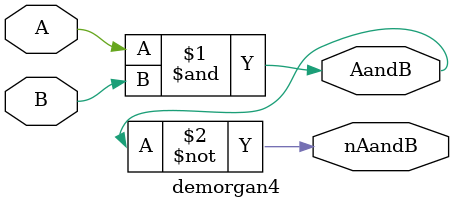
<source format=v>
module demorgan1 //~A*~B
(
	input A,
	input B,
	output nA,
	output nB,
	output nAandnB
);
	
	wire nA;
	wire nB;
	not Ainv(nA, A);
	not Binv(nB, B);
	and andgate(nAandnB, nA, nB);
endmodule // demorgan1

module demorgan2 // ~(A + B)
(
	input A,
	input B,
	output AorB,
	output nAorB
);
	
	wire AorB;
	or orgate(AorB, A, B);
	not notgate(nAorB, AorB);
endmodule // demorgan2

module demorgan3 // ~A + ~B
(
	input A,
	input B,
	output nA,
	output nB,
	output nAornB
);
	wire nA;
	wire nB;
	not Ainv(nA, A);
	not Binv(nB, B);
	or  orgate(nAornB, nA, nB);
endmodule // demorgan3

module demorgan4 // ~(A*B)
(
	input A,
	input B,
	output AandB,
	output nAandB
);
	
	wire AandB;
	and andgate(AandB, A, B);
	not notgate(nAandB, AandB);
endmodule // demorgan4
</source>
